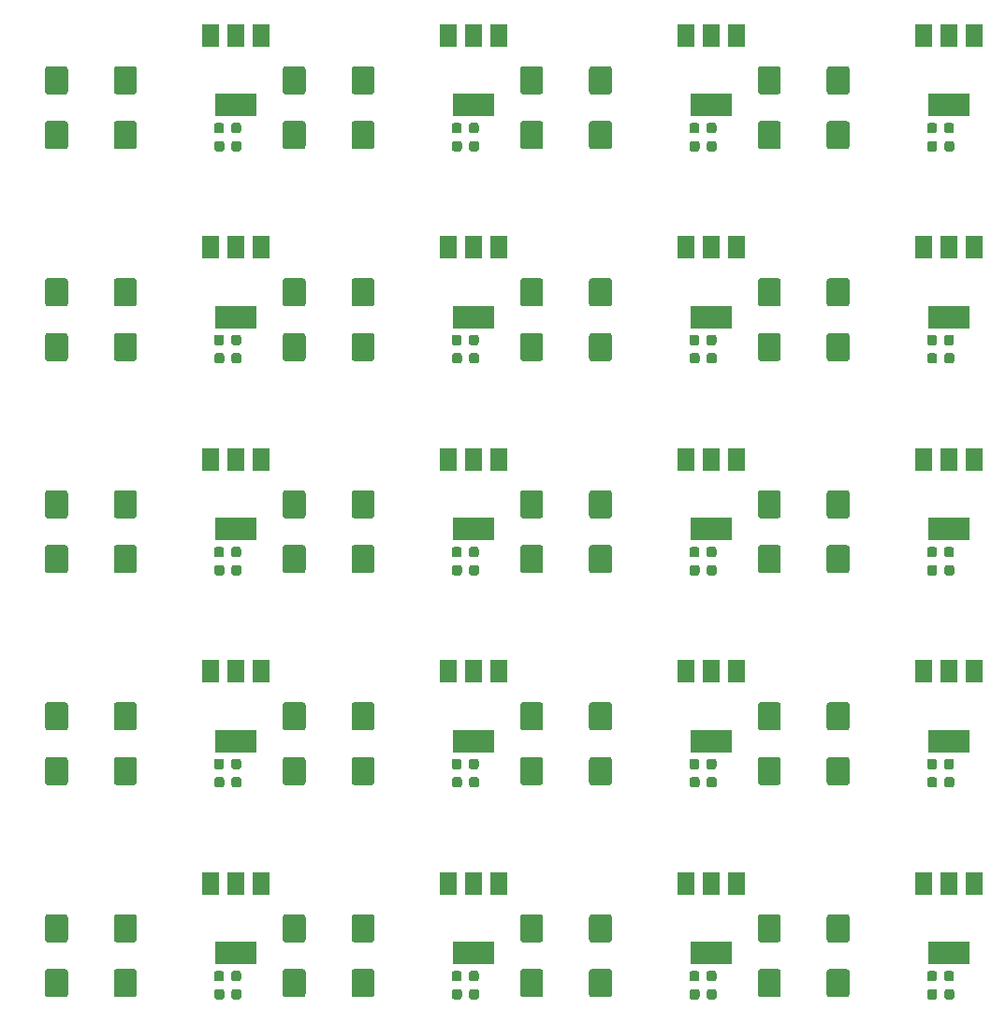
<source format=gbr>
%TF.GenerationSoftware,KiCad,Pcbnew,(5.1.10)-1*%
%TF.CreationDate,2022-01-17T19:02:25+07:00*%
%TF.ProjectId,DC5V_DC5V3V3_v3_pnlz4x5,44433556-5f44-4433-9556-3356335f7633,rev?*%
%TF.SameCoordinates,Original*%
%TF.FileFunction,Paste,Top*%
%TF.FilePolarity,Positive*%
%FSLAX46Y46*%
G04 Gerber Fmt 4.6, Leading zero omitted, Abs format (unit mm)*
G04 Created by KiCad (PCBNEW (5.1.10)-1) date 2022-01-17 19:02:25*
%MOMM*%
%LPD*%
G01*
G04 APERTURE LIST*
%ADD10R,3.800000X2.000000*%
%ADD11R,1.500000X2.000000*%
G04 APERTURE END LIST*
%TO.C,C7*%
G36*
G01*
X164941500Y-157777000D02*
X164941500Y-155727000D01*
G75*
G02*
X165191500Y-155477000I250000J0D01*
G01*
X166766500Y-155477000D01*
G75*
G02*
X167016500Y-155727000I0J-250000D01*
G01*
X167016500Y-157777000D01*
G75*
G02*
X166766500Y-158027000I-250000J0D01*
G01*
X165191500Y-158027000D01*
G75*
G02*
X164941500Y-157777000I0J250000D01*
G01*
G37*
G36*
G01*
X171166500Y-157777000D02*
X171166500Y-155727000D01*
G75*
G02*
X171416500Y-155477000I250000J0D01*
G01*
X172991500Y-155477000D01*
G75*
G02*
X173241500Y-155727000I0J-250000D01*
G01*
X173241500Y-157777000D01*
G75*
G02*
X172991500Y-158027000I-250000J0D01*
G01*
X171416500Y-158027000D01*
G75*
G02*
X171166500Y-157777000I0J250000D01*
G01*
G37*
%TD*%
%TO.C,C7*%
G36*
G01*
X143441500Y-157777000D02*
X143441500Y-155727000D01*
G75*
G02*
X143691500Y-155477000I250000J0D01*
G01*
X145266500Y-155477000D01*
G75*
G02*
X145516500Y-155727000I0J-250000D01*
G01*
X145516500Y-157777000D01*
G75*
G02*
X145266500Y-158027000I-250000J0D01*
G01*
X143691500Y-158027000D01*
G75*
G02*
X143441500Y-157777000I0J250000D01*
G01*
G37*
G36*
G01*
X149666500Y-157777000D02*
X149666500Y-155727000D01*
G75*
G02*
X149916500Y-155477000I250000J0D01*
G01*
X151491500Y-155477000D01*
G75*
G02*
X151741500Y-155727000I0J-250000D01*
G01*
X151741500Y-157777000D01*
G75*
G02*
X151491500Y-158027000I-250000J0D01*
G01*
X149916500Y-158027000D01*
G75*
G02*
X149666500Y-157777000I0J250000D01*
G01*
G37*
%TD*%
%TO.C,C7*%
G36*
G01*
X121941500Y-157777000D02*
X121941500Y-155727000D01*
G75*
G02*
X122191500Y-155477000I250000J0D01*
G01*
X123766500Y-155477000D01*
G75*
G02*
X124016500Y-155727000I0J-250000D01*
G01*
X124016500Y-157777000D01*
G75*
G02*
X123766500Y-158027000I-250000J0D01*
G01*
X122191500Y-158027000D01*
G75*
G02*
X121941500Y-157777000I0J250000D01*
G01*
G37*
G36*
G01*
X128166500Y-157777000D02*
X128166500Y-155727000D01*
G75*
G02*
X128416500Y-155477000I250000J0D01*
G01*
X129991500Y-155477000D01*
G75*
G02*
X130241500Y-155727000I0J-250000D01*
G01*
X130241500Y-157777000D01*
G75*
G02*
X129991500Y-158027000I-250000J0D01*
G01*
X128416500Y-158027000D01*
G75*
G02*
X128166500Y-157777000I0J250000D01*
G01*
G37*
%TD*%
%TO.C,C7*%
G36*
G01*
X100441500Y-157777000D02*
X100441500Y-155727000D01*
G75*
G02*
X100691500Y-155477000I250000J0D01*
G01*
X102266500Y-155477000D01*
G75*
G02*
X102516500Y-155727000I0J-250000D01*
G01*
X102516500Y-157777000D01*
G75*
G02*
X102266500Y-158027000I-250000J0D01*
G01*
X100691500Y-158027000D01*
G75*
G02*
X100441500Y-157777000I0J250000D01*
G01*
G37*
G36*
G01*
X106666500Y-157777000D02*
X106666500Y-155727000D01*
G75*
G02*
X106916500Y-155477000I250000J0D01*
G01*
X108491500Y-155477000D01*
G75*
G02*
X108741500Y-155727000I0J-250000D01*
G01*
X108741500Y-157777000D01*
G75*
G02*
X108491500Y-158027000I-250000J0D01*
G01*
X106916500Y-158027000D01*
G75*
G02*
X106666500Y-157777000I0J250000D01*
G01*
G37*
%TD*%
%TO.C,C7*%
G36*
G01*
X164941500Y-138600000D02*
X164941500Y-136550000D01*
G75*
G02*
X165191500Y-136300000I250000J0D01*
G01*
X166766500Y-136300000D01*
G75*
G02*
X167016500Y-136550000I0J-250000D01*
G01*
X167016500Y-138600000D01*
G75*
G02*
X166766500Y-138850000I-250000J0D01*
G01*
X165191500Y-138850000D01*
G75*
G02*
X164941500Y-138600000I0J250000D01*
G01*
G37*
G36*
G01*
X171166500Y-138600000D02*
X171166500Y-136550000D01*
G75*
G02*
X171416500Y-136300000I250000J0D01*
G01*
X172991500Y-136300000D01*
G75*
G02*
X173241500Y-136550000I0J-250000D01*
G01*
X173241500Y-138600000D01*
G75*
G02*
X172991500Y-138850000I-250000J0D01*
G01*
X171416500Y-138850000D01*
G75*
G02*
X171166500Y-138600000I0J250000D01*
G01*
G37*
%TD*%
%TO.C,C7*%
G36*
G01*
X143441500Y-138600000D02*
X143441500Y-136550000D01*
G75*
G02*
X143691500Y-136300000I250000J0D01*
G01*
X145266500Y-136300000D01*
G75*
G02*
X145516500Y-136550000I0J-250000D01*
G01*
X145516500Y-138600000D01*
G75*
G02*
X145266500Y-138850000I-250000J0D01*
G01*
X143691500Y-138850000D01*
G75*
G02*
X143441500Y-138600000I0J250000D01*
G01*
G37*
G36*
G01*
X149666500Y-138600000D02*
X149666500Y-136550000D01*
G75*
G02*
X149916500Y-136300000I250000J0D01*
G01*
X151491500Y-136300000D01*
G75*
G02*
X151741500Y-136550000I0J-250000D01*
G01*
X151741500Y-138600000D01*
G75*
G02*
X151491500Y-138850000I-250000J0D01*
G01*
X149916500Y-138850000D01*
G75*
G02*
X149666500Y-138600000I0J250000D01*
G01*
G37*
%TD*%
%TO.C,C7*%
G36*
G01*
X121941500Y-138600000D02*
X121941500Y-136550000D01*
G75*
G02*
X122191500Y-136300000I250000J0D01*
G01*
X123766500Y-136300000D01*
G75*
G02*
X124016500Y-136550000I0J-250000D01*
G01*
X124016500Y-138600000D01*
G75*
G02*
X123766500Y-138850000I-250000J0D01*
G01*
X122191500Y-138850000D01*
G75*
G02*
X121941500Y-138600000I0J250000D01*
G01*
G37*
G36*
G01*
X128166500Y-138600000D02*
X128166500Y-136550000D01*
G75*
G02*
X128416500Y-136300000I250000J0D01*
G01*
X129991500Y-136300000D01*
G75*
G02*
X130241500Y-136550000I0J-250000D01*
G01*
X130241500Y-138600000D01*
G75*
G02*
X129991500Y-138850000I-250000J0D01*
G01*
X128416500Y-138850000D01*
G75*
G02*
X128166500Y-138600000I0J250000D01*
G01*
G37*
%TD*%
%TO.C,C7*%
G36*
G01*
X100441500Y-138600000D02*
X100441500Y-136550000D01*
G75*
G02*
X100691500Y-136300000I250000J0D01*
G01*
X102266500Y-136300000D01*
G75*
G02*
X102516500Y-136550000I0J-250000D01*
G01*
X102516500Y-138600000D01*
G75*
G02*
X102266500Y-138850000I-250000J0D01*
G01*
X100691500Y-138850000D01*
G75*
G02*
X100441500Y-138600000I0J250000D01*
G01*
G37*
G36*
G01*
X106666500Y-138600000D02*
X106666500Y-136550000D01*
G75*
G02*
X106916500Y-136300000I250000J0D01*
G01*
X108491500Y-136300000D01*
G75*
G02*
X108741500Y-136550000I0J-250000D01*
G01*
X108741500Y-138600000D01*
G75*
G02*
X108491500Y-138850000I-250000J0D01*
G01*
X106916500Y-138850000D01*
G75*
G02*
X106666500Y-138600000I0J250000D01*
G01*
G37*
%TD*%
%TO.C,C7*%
G36*
G01*
X164941500Y-119423000D02*
X164941500Y-117373000D01*
G75*
G02*
X165191500Y-117123000I250000J0D01*
G01*
X166766500Y-117123000D01*
G75*
G02*
X167016500Y-117373000I0J-250000D01*
G01*
X167016500Y-119423000D01*
G75*
G02*
X166766500Y-119673000I-250000J0D01*
G01*
X165191500Y-119673000D01*
G75*
G02*
X164941500Y-119423000I0J250000D01*
G01*
G37*
G36*
G01*
X171166500Y-119423000D02*
X171166500Y-117373000D01*
G75*
G02*
X171416500Y-117123000I250000J0D01*
G01*
X172991500Y-117123000D01*
G75*
G02*
X173241500Y-117373000I0J-250000D01*
G01*
X173241500Y-119423000D01*
G75*
G02*
X172991500Y-119673000I-250000J0D01*
G01*
X171416500Y-119673000D01*
G75*
G02*
X171166500Y-119423000I0J250000D01*
G01*
G37*
%TD*%
%TO.C,C7*%
G36*
G01*
X143441500Y-119423000D02*
X143441500Y-117373000D01*
G75*
G02*
X143691500Y-117123000I250000J0D01*
G01*
X145266500Y-117123000D01*
G75*
G02*
X145516500Y-117373000I0J-250000D01*
G01*
X145516500Y-119423000D01*
G75*
G02*
X145266500Y-119673000I-250000J0D01*
G01*
X143691500Y-119673000D01*
G75*
G02*
X143441500Y-119423000I0J250000D01*
G01*
G37*
G36*
G01*
X149666500Y-119423000D02*
X149666500Y-117373000D01*
G75*
G02*
X149916500Y-117123000I250000J0D01*
G01*
X151491500Y-117123000D01*
G75*
G02*
X151741500Y-117373000I0J-250000D01*
G01*
X151741500Y-119423000D01*
G75*
G02*
X151491500Y-119673000I-250000J0D01*
G01*
X149916500Y-119673000D01*
G75*
G02*
X149666500Y-119423000I0J250000D01*
G01*
G37*
%TD*%
%TO.C,C7*%
G36*
G01*
X121941500Y-119423000D02*
X121941500Y-117373000D01*
G75*
G02*
X122191500Y-117123000I250000J0D01*
G01*
X123766500Y-117123000D01*
G75*
G02*
X124016500Y-117373000I0J-250000D01*
G01*
X124016500Y-119423000D01*
G75*
G02*
X123766500Y-119673000I-250000J0D01*
G01*
X122191500Y-119673000D01*
G75*
G02*
X121941500Y-119423000I0J250000D01*
G01*
G37*
G36*
G01*
X128166500Y-119423000D02*
X128166500Y-117373000D01*
G75*
G02*
X128416500Y-117123000I250000J0D01*
G01*
X129991500Y-117123000D01*
G75*
G02*
X130241500Y-117373000I0J-250000D01*
G01*
X130241500Y-119423000D01*
G75*
G02*
X129991500Y-119673000I-250000J0D01*
G01*
X128416500Y-119673000D01*
G75*
G02*
X128166500Y-119423000I0J250000D01*
G01*
G37*
%TD*%
%TO.C,C7*%
G36*
G01*
X100441500Y-119423000D02*
X100441500Y-117373000D01*
G75*
G02*
X100691500Y-117123000I250000J0D01*
G01*
X102266500Y-117123000D01*
G75*
G02*
X102516500Y-117373000I0J-250000D01*
G01*
X102516500Y-119423000D01*
G75*
G02*
X102266500Y-119673000I-250000J0D01*
G01*
X100691500Y-119673000D01*
G75*
G02*
X100441500Y-119423000I0J250000D01*
G01*
G37*
G36*
G01*
X106666500Y-119423000D02*
X106666500Y-117373000D01*
G75*
G02*
X106916500Y-117123000I250000J0D01*
G01*
X108491500Y-117123000D01*
G75*
G02*
X108741500Y-117373000I0J-250000D01*
G01*
X108741500Y-119423000D01*
G75*
G02*
X108491500Y-119673000I-250000J0D01*
G01*
X106916500Y-119673000D01*
G75*
G02*
X106666500Y-119423000I0J250000D01*
G01*
G37*
%TD*%
%TO.C,C7*%
G36*
G01*
X164941500Y-100246000D02*
X164941500Y-98196000D01*
G75*
G02*
X165191500Y-97946000I250000J0D01*
G01*
X166766500Y-97946000D01*
G75*
G02*
X167016500Y-98196000I0J-250000D01*
G01*
X167016500Y-100246000D01*
G75*
G02*
X166766500Y-100496000I-250000J0D01*
G01*
X165191500Y-100496000D01*
G75*
G02*
X164941500Y-100246000I0J250000D01*
G01*
G37*
G36*
G01*
X171166500Y-100246000D02*
X171166500Y-98196000D01*
G75*
G02*
X171416500Y-97946000I250000J0D01*
G01*
X172991500Y-97946000D01*
G75*
G02*
X173241500Y-98196000I0J-250000D01*
G01*
X173241500Y-100246000D01*
G75*
G02*
X172991500Y-100496000I-250000J0D01*
G01*
X171416500Y-100496000D01*
G75*
G02*
X171166500Y-100246000I0J250000D01*
G01*
G37*
%TD*%
%TO.C,C7*%
G36*
G01*
X143441500Y-100246000D02*
X143441500Y-98196000D01*
G75*
G02*
X143691500Y-97946000I250000J0D01*
G01*
X145266500Y-97946000D01*
G75*
G02*
X145516500Y-98196000I0J-250000D01*
G01*
X145516500Y-100246000D01*
G75*
G02*
X145266500Y-100496000I-250000J0D01*
G01*
X143691500Y-100496000D01*
G75*
G02*
X143441500Y-100246000I0J250000D01*
G01*
G37*
G36*
G01*
X149666500Y-100246000D02*
X149666500Y-98196000D01*
G75*
G02*
X149916500Y-97946000I250000J0D01*
G01*
X151491500Y-97946000D01*
G75*
G02*
X151741500Y-98196000I0J-250000D01*
G01*
X151741500Y-100246000D01*
G75*
G02*
X151491500Y-100496000I-250000J0D01*
G01*
X149916500Y-100496000D01*
G75*
G02*
X149666500Y-100246000I0J250000D01*
G01*
G37*
%TD*%
%TO.C,C7*%
G36*
G01*
X121941500Y-100246000D02*
X121941500Y-98196000D01*
G75*
G02*
X122191500Y-97946000I250000J0D01*
G01*
X123766500Y-97946000D01*
G75*
G02*
X124016500Y-98196000I0J-250000D01*
G01*
X124016500Y-100246000D01*
G75*
G02*
X123766500Y-100496000I-250000J0D01*
G01*
X122191500Y-100496000D01*
G75*
G02*
X121941500Y-100246000I0J250000D01*
G01*
G37*
G36*
G01*
X128166500Y-100246000D02*
X128166500Y-98196000D01*
G75*
G02*
X128416500Y-97946000I250000J0D01*
G01*
X129991500Y-97946000D01*
G75*
G02*
X130241500Y-98196000I0J-250000D01*
G01*
X130241500Y-100246000D01*
G75*
G02*
X129991500Y-100496000I-250000J0D01*
G01*
X128416500Y-100496000D01*
G75*
G02*
X128166500Y-100246000I0J250000D01*
G01*
G37*
%TD*%
%TO.C,C7*%
G36*
G01*
X100441500Y-100246000D02*
X100441500Y-98196000D01*
G75*
G02*
X100691500Y-97946000I250000J0D01*
G01*
X102266500Y-97946000D01*
G75*
G02*
X102516500Y-98196000I0J-250000D01*
G01*
X102516500Y-100246000D01*
G75*
G02*
X102266500Y-100496000I-250000J0D01*
G01*
X100691500Y-100496000D01*
G75*
G02*
X100441500Y-100246000I0J250000D01*
G01*
G37*
G36*
G01*
X106666500Y-100246000D02*
X106666500Y-98196000D01*
G75*
G02*
X106916500Y-97946000I250000J0D01*
G01*
X108491500Y-97946000D01*
G75*
G02*
X108741500Y-98196000I0J-250000D01*
G01*
X108741500Y-100246000D01*
G75*
G02*
X108491500Y-100496000I-250000J0D01*
G01*
X106916500Y-100496000D01*
G75*
G02*
X106666500Y-100246000I0J250000D01*
G01*
G37*
%TD*%
%TO.C,C7*%
G36*
G01*
X164941500Y-81069000D02*
X164941500Y-79019000D01*
G75*
G02*
X165191500Y-78769000I250000J0D01*
G01*
X166766500Y-78769000D01*
G75*
G02*
X167016500Y-79019000I0J-250000D01*
G01*
X167016500Y-81069000D01*
G75*
G02*
X166766500Y-81319000I-250000J0D01*
G01*
X165191500Y-81319000D01*
G75*
G02*
X164941500Y-81069000I0J250000D01*
G01*
G37*
G36*
G01*
X171166500Y-81069000D02*
X171166500Y-79019000D01*
G75*
G02*
X171416500Y-78769000I250000J0D01*
G01*
X172991500Y-78769000D01*
G75*
G02*
X173241500Y-79019000I0J-250000D01*
G01*
X173241500Y-81069000D01*
G75*
G02*
X172991500Y-81319000I-250000J0D01*
G01*
X171416500Y-81319000D01*
G75*
G02*
X171166500Y-81069000I0J250000D01*
G01*
G37*
%TD*%
%TO.C,C7*%
G36*
G01*
X143441500Y-81069000D02*
X143441500Y-79019000D01*
G75*
G02*
X143691500Y-78769000I250000J0D01*
G01*
X145266500Y-78769000D01*
G75*
G02*
X145516500Y-79019000I0J-250000D01*
G01*
X145516500Y-81069000D01*
G75*
G02*
X145266500Y-81319000I-250000J0D01*
G01*
X143691500Y-81319000D01*
G75*
G02*
X143441500Y-81069000I0J250000D01*
G01*
G37*
G36*
G01*
X149666500Y-81069000D02*
X149666500Y-79019000D01*
G75*
G02*
X149916500Y-78769000I250000J0D01*
G01*
X151491500Y-78769000D01*
G75*
G02*
X151741500Y-79019000I0J-250000D01*
G01*
X151741500Y-81069000D01*
G75*
G02*
X151491500Y-81319000I-250000J0D01*
G01*
X149916500Y-81319000D01*
G75*
G02*
X149666500Y-81069000I0J250000D01*
G01*
G37*
%TD*%
%TO.C,C7*%
G36*
G01*
X121941500Y-81069000D02*
X121941500Y-79019000D01*
G75*
G02*
X122191500Y-78769000I250000J0D01*
G01*
X123766500Y-78769000D01*
G75*
G02*
X124016500Y-79019000I0J-250000D01*
G01*
X124016500Y-81069000D01*
G75*
G02*
X123766500Y-81319000I-250000J0D01*
G01*
X122191500Y-81319000D01*
G75*
G02*
X121941500Y-81069000I0J250000D01*
G01*
G37*
G36*
G01*
X128166500Y-81069000D02*
X128166500Y-79019000D01*
G75*
G02*
X128416500Y-78769000I250000J0D01*
G01*
X129991500Y-78769000D01*
G75*
G02*
X130241500Y-79019000I0J-250000D01*
G01*
X130241500Y-81069000D01*
G75*
G02*
X129991500Y-81319000I-250000J0D01*
G01*
X128416500Y-81319000D01*
G75*
G02*
X128166500Y-81069000I0J250000D01*
G01*
G37*
%TD*%
%TO.C,C8*%
G36*
G01*
X164939500Y-162730000D02*
X164939500Y-160680000D01*
G75*
G02*
X165189500Y-160430000I250000J0D01*
G01*
X166764500Y-160430000D01*
G75*
G02*
X167014500Y-160680000I0J-250000D01*
G01*
X167014500Y-162730000D01*
G75*
G02*
X166764500Y-162980000I-250000J0D01*
G01*
X165189500Y-162980000D01*
G75*
G02*
X164939500Y-162730000I0J250000D01*
G01*
G37*
G36*
G01*
X171164500Y-162730000D02*
X171164500Y-160680000D01*
G75*
G02*
X171414500Y-160430000I250000J0D01*
G01*
X172989500Y-160430000D01*
G75*
G02*
X173239500Y-160680000I0J-250000D01*
G01*
X173239500Y-162730000D01*
G75*
G02*
X172989500Y-162980000I-250000J0D01*
G01*
X171414500Y-162980000D01*
G75*
G02*
X171164500Y-162730000I0J250000D01*
G01*
G37*
%TD*%
%TO.C,C8*%
G36*
G01*
X143439500Y-162730000D02*
X143439500Y-160680000D01*
G75*
G02*
X143689500Y-160430000I250000J0D01*
G01*
X145264500Y-160430000D01*
G75*
G02*
X145514500Y-160680000I0J-250000D01*
G01*
X145514500Y-162730000D01*
G75*
G02*
X145264500Y-162980000I-250000J0D01*
G01*
X143689500Y-162980000D01*
G75*
G02*
X143439500Y-162730000I0J250000D01*
G01*
G37*
G36*
G01*
X149664500Y-162730000D02*
X149664500Y-160680000D01*
G75*
G02*
X149914500Y-160430000I250000J0D01*
G01*
X151489500Y-160430000D01*
G75*
G02*
X151739500Y-160680000I0J-250000D01*
G01*
X151739500Y-162730000D01*
G75*
G02*
X151489500Y-162980000I-250000J0D01*
G01*
X149914500Y-162980000D01*
G75*
G02*
X149664500Y-162730000I0J250000D01*
G01*
G37*
%TD*%
%TO.C,C8*%
G36*
G01*
X121939500Y-162730000D02*
X121939500Y-160680000D01*
G75*
G02*
X122189500Y-160430000I250000J0D01*
G01*
X123764500Y-160430000D01*
G75*
G02*
X124014500Y-160680000I0J-250000D01*
G01*
X124014500Y-162730000D01*
G75*
G02*
X123764500Y-162980000I-250000J0D01*
G01*
X122189500Y-162980000D01*
G75*
G02*
X121939500Y-162730000I0J250000D01*
G01*
G37*
G36*
G01*
X128164500Y-162730000D02*
X128164500Y-160680000D01*
G75*
G02*
X128414500Y-160430000I250000J0D01*
G01*
X129989500Y-160430000D01*
G75*
G02*
X130239500Y-160680000I0J-250000D01*
G01*
X130239500Y-162730000D01*
G75*
G02*
X129989500Y-162980000I-250000J0D01*
G01*
X128414500Y-162980000D01*
G75*
G02*
X128164500Y-162730000I0J250000D01*
G01*
G37*
%TD*%
%TO.C,C8*%
G36*
G01*
X100439500Y-162730000D02*
X100439500Y-160680000D01*
G75*
G02*
X100689500Y-160430000I250000J0D01*
G01*
X102264500Y-160430000D01*
G75*
G02*
X102514500Y-160680000I0J-250000D01*
G01*
X102514500Y-162730000D01*
G75*
G02*
X102264500Y-162980000I-250000J0D01*
G01*
X100689500Y-162980000D01*
G75*
G02*
X100439500Y-162730000I0J250000D01*
G01*
G37*
G36*
G01*
X106664500Y-162730000D02*
X106664500Y-160680000D01*
G75*
G02*
X106914500Y-160430000I250000J0D01*
G01*
X108489500Y-160430000D01*
G75*
G02*
X108739500Y-160680000I0J-250000D01*
G01*
X108739500Y-162730000D01*
G75*
G02*
X108489500Y-162980000I-250000J0D01*
G01*
X106914500Y-162980000D01*
G75*
G02*
X106664500Y-162730000I0J250000D01*
G01*
G37*
%TD*%
%TO.C,C8*%
G36*
G01*
X164939500Y-143553000D02*
X164939500Y-141503000D01*
G75*
G02*
X165189500Y-141253000I250000J0D01*
G01*
X166764500Y-141253000D01*
G75*
G02*
X167014500Y-141503000I0J-250000D01*
G01*
X167014500Y-143553000D01*
G75*
G02*
X166764500Y-143803000I-250000J0D01*
G01*
X165189500Y-143803000D01*
G75*
G02*
X164939500Y-143553000I0J250000D01*
G01*
G37*
G36*
G01*
X171164500Y-143553000D02*
X171164500Y-141503000D01*
G75*
G02*
X171414500Y-141253000I250000J0D01*
G01*
X172989500Y-141253000D01*
G75*
G02*
X173239500Y-141503000I0J-250000D01*
G01*
X173239500Y-143553000D01*
G75*
G02*
X172989500Y-143803000I-250000J0D01*
G01*
X171414500Y-143803000D01*
G75*
G02*
X171164500Y-143553000I0J250000D01*
G01*
G37*
%TD*%
%TO.C,C8*%
G36*
G01*
X143439500Y-143553000D02*
X143439500Y-141503000D01*
G75*
G02*
X143689500Y-141253000I250000J0D01*
G01*
X145264500Y-141253000D01*
G75*
G02*
X145514500Y-141503000I0J-250000D01*
G01*
X145514500Y-143553000D01*
G75*
G02*
X145264500Y-143803000I-250000J0D01*
G01*
X143689500Y-143803000D01*
G75*
G02*
X143439500Y-143553000I0J250000D01*
G01*
G37*
G36*
G01*
X149664500Y-143553000D02*
X149664500Y-141503000D01*
G75*
G02*
X149914500Y-141253000I250000J0D01*
G01*
X151489500Y-141253000D01*
G75*
G02*
X151739500Y-141503000I0J-250000D01*
G01*
X151739500Y-143553000D01*
G75*
G02*
X151489500Y-143803000I-250000J0D01*
G01*
X149914500Y-143803000D01*
G75*
G02*
X149664500Y-143553000I0J250000D01*
G01*
G37*
%TD*%
%TO.C,C8*%
G36*
G01*
X121939500Y-143553000D02*
X121939500Y-141503000D01*
G75*
G02*
X122189500Y-141253000I250000J0D01*
G01*
X123764500Y-141253000D01*
G75*
G02*
X124014500Y-141503000I0J-250000D01*
G01*
X124014500Y-143553000D01*
G75*
G02*
X123764500Y-143803000I-250000J0D01*
G01*
X122189500Y-143803000D01*
G75*
G02*
X121939500Y-143553000I0J250000D01*
G01*
G37*
G36*
G01*
X128164500Y-143553000D02*
X128164500Y-141503000D01*
G75*
G02*
X128414500Y-141253000I250000J0D01*
G01*
X129989500Y-141253000D01*
G75*
G02*
X130239500Y-141503000I0J-250000D01*
G01*
X130239500Y-143553000D01*
G75*
G02*
X129989500Y-143803000I-250000J0D01*
G01*
X128414500Y-143803000D01*
G75*
G02*
X128164500Y-143553000I0J250000D01*
G01*
G37*
%TD*%
%TO.C,C8*%
G36*
G01*
X100439500Y-143553000D02*
X100439500Y-141503000D01*
G75*
G02*
X100689500Y-141253000I250000J0D01*
G01*
X102264500Y-141253000D01*
G75*
G02*
X102514500Y-141503000I0J-250000D01*
G01*
X102514500Y-143553000D01*
G75*
G02*
X102264500Y-143803000I-250000J0D01*
G01*
X100689500Y-143803000D01*
G75*
G02*
X100439500Y-143553000I0J250000D01*
G01*
G37*
G36*
G01*
X106664500Y-143553000D02*
X106664500Y-141503000D01*
G75*
G02*
X106914500Y-141253000I250000J0D01*
G01*
X108489500Y-141253000D01*
G75*
G02*
X108739500Y-141503000I0J-250000D01*
G01*
X108739500Y-143553000D01*
G75*
G02*
X108489500Y-143803000I-250000J0D01*
G01*
X106914500Y-143803000D01*
G75*
G02*
X106664500Y-143553000I0J250000D01*
G01*
G37*
%TD*%
%TO.C,C8*%
G36*
G01*
X164939500Y-124376000D02*
X164939500Y-122326000D01*
G75*
G02*
X165189500Y-122076000I250000J0D01*
G01*
X166764500Y-122076000D01*
G75*
G02*
X167014500Y-122326000I0J-250000D01*
G01*
X167014500Y-124376000D01*
G75*
G02*
X166764500Y-124626000I-250000J0D01*
G01*
X165189500Y-124626000D01*
G75*
G02*
X164939500Y-124376000I0J250000D01*
G01*
G37*
G36*
G01*
X171164500Y-124376000D02*
X171164500Y-122326000D01*
G75*
G02*
X171414500Y-122076000I250000J0D01*
G01*
X172989500Y-122076000D01*
G75*
G02*
X173239500Y-122326000I0J-250000D01*
G01*
X173239500Y-124376000D01*
G75*
G02*
X172989500Y-124626000I-250000J0D01*
G01*
X171414500Y-124626000D01*
G75*
G02*
X171164500Y-124376000I0J250000D01*
G01*
G37*
%TD*%
%TO.C,C8*%
G36*
G01*
X143439500Y-124376000D02*
X143439500Y-122326000D01*
G75*
G02*
X143689500Y-122076000I250000J0D01*
G01*
X145264500Y-122076000D01*
G75*
G02*
X145514500Y-122326000I0J-250000D01*
G01*
X145514500Y-124376000D01*
G75*
G02*
X145264500Y-124626000I-250000J0D01*
G01*
X143689500Y-124626000D01*
G75*
G02*
X143439500Y-124376000I0J250000D01*
G01*
G37*
G36*
G01*
X149664500Y-124376000D02*
X149664500Y-122326000D01*
G75*
G02*
X149914500Y-122076000I250000J0D01*
G01*
X151489500Y-122076000D01*
G75*
G02*
X151739500Y-122326000I0J-250000D01*
G01*
X151739500Y-124376000D01*
G75*
G02*
X151489500Y-124626000I-250000J0D01*
G01*
X149914500Y-124626000D01*
G75*
G02*
X149664500Y-124376000I0J250000D01*
G01*
G37*
%TD*%
%TO.C,C8*%
G36*
G01*
X121939500Y-124376000D02*
X121939500Y-122326000D01*
G75*
G02*
X122189500Y-122076000I250000J0D01*
G01*
X123764500Y-122076000D01*
G75*
G02*
X124014500Y-122326000I0J-250000D01*
G01*
X124014500Y-124376000D01*
G75*
G02*
X123764500Y-124626000I-250000J0D01*
G01*
X122189500Y-124626000D01*
G75*
G02*
X121939500Y-124376000I0J250000D01*
G01*
G37*
G36*
G01*
X128164500Y-124376000D02*
X128164500Y-122326000D01*
G75*
G02*
X128414500Y-122076000I250000J0D01*
G01*
X129989500Y-122076000D01*
G75*
G02*
X130239500Y-122326000I0J-250000D01*
G01*
X130239500Y-124376000D01*
G75*
G02*
X129989500Y-124626000I-250000J0D01*
G01*
X128414500Y-124626000D01*
G75*
G02*
X128164500Y-124376000I0J250000D01*
G01*
G37*
%TD*%
%TO.C,C8*%
G36*
G01*
X100439500Y-124376000D02*
X100439500Y-122326000D01*
G75*
G02*
X100689500Y-122076000I250000J0D01*
G01*
X102264500Y-122076000D01*
G75*
G02*
X102514500Y-122326000I0J-250000D01*
G01*
X102514500Y-124376000D01*
G75*
G02*
X102264500Y-124626000I-250000J0D01*
G01*
X100689500Y-124626000D01*
G75*
G02*
X100439500Y-124376000I0J250000D01*
G01*
G37*
G36*
G01*
X106664500Y-124376000D02*
X106664500Y-122326000D01*
G75*
G02*
X106914500Y-122076000I250000J0D01*
G01*
X108489500Y-122076000D01*
G75*
G02*
X108739500Y-122326000I0J-250000D01*
G01*
X108739500Y-124376000D01*
G75*
G02*
X108489500Y-124626000I-250000J0D01*
G01*
X106914500Y-124626000D01*
G75*
G02*
X106664500Y-124376000I0J250000D01*
G01*
G37*
%TD*%
%TO.C,C8*%
G36*
G01*
X164939500Y-105199000D02*
X164939500Y-103149000D01*
G75*
G02*
X165189500Y-102899000I250000J0D01*
G01*
X166764500Y-102899000D01*
G75*
G02*
X167014500Y-103149000I0J-250000D01*
G01*
X167014500Y-105199000D01*
G75*
G02*
X166764500Y-105449000I-250000J0D01*
G01*
X165189500Y-105449000D01*
G75*
G02*
X164939500Y-105199000I0J250000D01*
G01*
G37*
G36*
G01*
X171164500Y-105199000D02*
X171164500Y-103149000D01*
G75*
G02*
X171414500Y-102899000I250000J0D01*
G01*
X172989500Y-102899000D01*
G75*
G02*
X173239500Y-103149000I0J-250000D01*
G01*
X173239500Y-105199000D01*
G75*
G02*
X172989500Y-105449000I-250000J0D01*
G01*
X171414500Y-105449000D01*
G75*
G02*
X171164500Y-105199000I0J250000D01*
G01*
G37*
%TD*%
%TO.C,C8*%
G36*
G01*
X143439500Y-105199000D02*
X143439500Y-103149000D01*
G75*
G02*
X143689500Y-102899000I250000J0D01*
G01*
X145264500Y-102899000D01*
G75*
G02*
X145514500Y-103149000I0J-250000D01*
G01*
X145514500Y-105199000D01*
G75*
G02*
X145264500Y-105449000I-250000J0D01*
G01*
X143689500Y-105449000D01*
G75*
G02*
X143439500Y-105199000I0J250000D01*
G01*
G37*
G36*
G01*
X149664500Y-105199000D02*
X149664500Y-103149000D01*
G75*
G02*
X149914500Y-102899000I250000J0D01*
G01*
X151489500Y-102899000D01*
G75*
G02*
X151739500Y-103149000I0J-250000D01*
G01*
X151739500Y-105199000D01*
G75*
G02*
X151489500Y-105449000I-250000J0D01*
G01*
X149914500Y-105449000D01*
G75*
G02*
X149664500Y-105199000I0J250000D01*
G01*
G37*
%TD*%
%TO.C,C8*%
G36*
G01*
X121939500Y-105199000D02*
X121939500Y-103149000D01*
G75*
G02*
X122189500Y-102899000I250000J0D01*
G01*
X123764500Y-102899000D01*
G75*
G02*
X124014500Y-103149000I0J-250000D01*
G01*
X124014500Y-105199000D01*
G75*
G02*
X123764500Y-105449000I-250000J0D01*
G01*
X122189500Y-105449000D01*
G75*
G02*
X121939500Y-105199000I0J250000D01*
G01*
G37*
G36*
G01*
X128164500Y-105199000D02*
X128164500Y-103149000D01*
G75*
G02*
X128414500Y-102899000I250000J0D01*
G01*
X129989500Y-102899000D01*
G75*
G02*
X130239500Y-103149000I0J-250000D01*
G01*
X130239500Y-105199000D01*
G75*
G02*
X129989500Y-105449000I-250000J0D01*
G01*
X128414500Y-105449000D01*
G75*
G02*
X128164500Y-105199000I0J250000D01*
G01*
G37*
%TD*%
%TO.C,C8*%
G36*
G01*
X100439500Y-105199000D02*
X100439500Y-103149000D01*
G75*
G02*
X100689500Y-102899000I250000J0D01*
G01*
X102264500Y-102899000D01*
G75*
G02*
X102514500Y-103149000I0J-250000D01*
G01*
X102514500Y-105199000D01*
G75*
G02*
X102264500Y-105449000I-250000J0D01*
G01*
X100689500Y-105449000D01*
G75*
G02*
X100439500Y-105199000I0J250000D01*
G01*
G37*
G36*
G01*
X106664500Y-105199000D02*
X106664500Y-103149000D01*
G75*
G02*
X106914500Y-102899000I250000J0D01*
G01*
X108489500Y-102899000D01*
G75*
G02*
X108739500Y-103149000I0J-250000D01*
G01*
X108739500Y-105199000D01*
G75*
G02*
X108489500Y-105449000I-250000J0D01*
G01*
X106914500Y-105449000D01*
G75*
G02*
X106664500Y-105199000I0J250000D01*
G01*
G37*
%TD*%
%TO.C,C8*%
G36*
G01*
X164939500Y-86022000D02*
X164939500Y-83972000D01*
G75*
G02*
X165189500Y-83722000I250000J0D01*
G01*
X166764500Y-83722000D01*
G75*
G02*
X167014500Y-83972000I0J-250000D01*
G01*
X167014500Y-86022000D01*
G75*
G02*
X166764500Y-86272000I-250000J0D01*
G01*
X165189500Y-86272000D01*
G75*
G02*
X164939500Y-86022000I0J250000D01*
G01*
G37*
G36*
G01*
X171164500Y-86022000D02*
X171164500Y-83972000D01*
G75*
G02*
X171414500Y-83722000I250000J0D01*
G01*
X172989500Y-83722000D01*
G75*
G02*
X173239500Y-83972000I0J-250000D01*
G01*
X173239500Y-86022000D01*
G75*
G02*
X172989500Y-86272000I-250000J0D01*
G01*
X171414500Y-86272000D01*
G75*
G02*
X171164500Y-86022000I0J250000D01*
G01*
G37*
%TD*%
%TO.C,C8*%
G36*
G01*
X143439500Y-86022000D02*
X143439500Y-83972000D01*
G75*
G02*
X143689500Y-83722000I250000J0D01*
G01*
X145264500Y-83722000D01*
G75*
G02*
X145514500Y-83972000I0J-250000D01*
G01*
X145514500Y-86022000D01*
G75*
G02*
X145264500Y-86272000I-250000J0D01*
G01*
X143689500Y-86272000D01*
G75*
G02*
X143439500Y-86022000I0J250000D01*
G01*
G37*
G36*
G01*
X149664500Y-86022000D02*
X149664500Y-83972000D01*
G75*
G02*
X149914500Y-83722000I250000J0D01*
G01*
X151489500Y-83722000D01*
G75*
G02*
X151739500Y-83972000I0J-250000D01*
G01*
X151739500Y-86022000D01*
G75*
G02*
X151489500Y-86272000I-250000J0D01*
G01*
X149914500Y-86272000D01*
G75*
G02*
X149664500Y-86022000I0J250000D01*
G01*
G37*
%TD*%
%TO.C,C8*%
G36*
G01*
X121939500Y-86022000D02*
X121939500Y-83972000D01*
G75*
G02*
X122189500Y-83722000I250000J0D01*
G01*
X123764500Y-83722000D01*
G75*
G02*
X124014500Y-83972000I0J-250000D01*
G01*
X124014500Y-86022000D01*
G75*
G02*
X123764500Y-86272000I-250000J0D01*
G01*
X122189500Y-86272000D01*
G75*
G02*
X121939500Y-86022000I0J250000D01*
G01*
G37*
G36*
G01*
X128164500Y-86022000D02*
X128164500Y-83972000D01*
G75*
G02*
X128414500Y-83722000I250000J0D01*
G01*
X129989500Y-83722000D01*
G75*
G02*
X130239500Y-83972000I0J-250000D01*
G01*
X130239500Y-86022000D01*
G75*
G02*
X129989500Y-86272000I-250000J0D01*
G01*
X128414500Y-86272000D01*
G75*
G02*
X128164500Y-86022000I0J250000D01*
G01*
G37*
%TD*%
%TO.C,C15*%
G36*
G01*
X180235000Y-161320000D02*
X180235000Y-160820000D01*
G75*
G02*
X180460000Y-160595000I225000J0D01*
G01*
X180910000Y-160595000D01*
G75*
G02*
X181135000Y-160820000I0J-225000D01*
G01*
X181135000Y-161320000D01*
G75*
G02*
X180910000Y-161545000I-225000J0D01*
G01*
X180460000Y-161545000D01*
G75*
G02*
X180235000Y-161320000I0J225000D01*
G01*
G37*
G36*
G01*
X181785000Y-161320000D02*
X181785000Y-160820000D01*
G75*
G02*
X182010000Y-160595000I225000J0D01*
G01*
X182460000Y-160595000D01*
G75*
G02*
X182685000Y-160820000I0J-225000D01*
G01*
X182685000Y-161320000D01*
G75*
G02*
X182460000Y-161545000I-225000J0D01*
G01*
X182010000Y-161545000D01*
G75*
G02*
X181785000Y-161320000I0J225000D01*
G01*
G37*
%TD*%
%TO.C,C15*%
G36*
G01*
X158735000Y-161320000D02*
X158735000Y-160820000D01*
G75*
G02*
X158960000Y-160595000I225000J0D01*
G01*
X159410000Y-160595000D01*
G75*
G02*
X159635000Y-160820000I0J-225000D01*
G01*
X159635000Y-161320000D01*
G75*
G02*
X159410000Y-161545000I-225000J0D01*
G01*
X158960000Y-161545000D01*
G75*
G02*
X158735000Y-161320000I0J225000D01*
G01*
G37*
G36*
G01*
X160285000Y-161320000D02*
X160285000Y-160820000D01*
G75*
G02*
X160510000Y-160595000I225000J0D01*
G01*
X160960000Y-160595000D01*
G75*
G02*
X161185000Y-160820000I0J-225000D01*
G01*
X161185000Y-161320000D01*
G75*
G02*
X160960000Y-161545000I-225000J0D01*
G01*
X160510000Y-161545000D01*
G75*
G02*
X160285000Y-161320000I0J225000D01*
G01*
G37*
%TD*%
%TO.C,C15*%
G36*
G01*
X137235000Y-161320000D02*
X137235000Y-160820000D01*
G75*
G02*
X137460000Y-160595000I225000J0D01*
G01*
X137910000Y-160595000D01*
G75*
G02*
X138135000Y-160820000I0J-225000D01*
G01*
X138135000Y-161320000D01*
G75*
G02*
X137910000Y-161545000I-225000J0D01*
G01*
X137460000Y-161545000D01*
G75*
G02*
X137235000Y-161320000I0J225000D01*
G01*
G37*
G36*
G01*
X138785000Y-161320000D02*
X138785000Y-160820000D01*
G75*
G02*
X139010000Y-160595000I225000J0D01*
G01*
X139460000Y-160595000D01*
G75*
G02*
X139685000Y-160820000I0J-225000D01*
G01*
X139685000Y-161320000D01*
G75*
G02*
X139460000Y-161545000I-225000J0D01*
G01*
X139010000Y-161545000D01*
G75*
G02*
X138785000Y-161320000I0J225000D01*
G01*
G37*
%TD*%
%TO.C,C15*%
G36*
G01*
X115735000Y-161320000D02*
X115735000Y-160820000D01*
G75*
G02*
X115960000Y-160595000I225000J0D01*
G01*
X116410000Y-160595000D01*
G75*
G02*
X116635000Y-160820000I0J-225000D01*
G01*
X116635000Y-161320000D01*
G75*
G02*
X116410000Y-161545000I-225000J0D01*
G01*
X115960000Y-161545000D01*
G75*
G02*
X115735000Y-161320000I0J225000D01*
G01*
G37*
G36*
G01*
X117285000Y-161320000D02*
X117285000Y-160820000D01*
G75*
G02*
X117510000Y-160595000I225000J0D01*
G01*
X117960000Y-160595000D01*
G75*
G02*
X118185000Y-160820000I0J-225000D01*
G01*
X118185000Y-161320000D01*
G75*
G02*
X117960000Y-161545000I-225000J0D01*
G01*
X117510000Y-161545000D01*
G75*
G02*
X117285000Y-161320000I0J225000D01*
G01*
G37*
%TD*%
%TO.C,C15*%
G36*
G01*
X180235000Y-142143000D02*
X180235000Y-141643000D01*
G75*
G02*
X180460000Y-141418000I225000J0D01*
G01*
X180910000Y-141418000D01*
G75*
G02*
X181135000Y-141643000I0J-225000D01*
G01*
X181135000Y-142143000D01*
G75*
G02*
X180910000Y-142368000I-225000J0D01*
G01*
X180460000Y-142368000D01*
G75*
G02*
X180235000Y-142143000I0J225000D01*
G01*
G37*
G36*
G01*
X181785000Y-142143000D02*
X181785000Y-141643000D01*
G75*
G02*
X182010000Y-141418000I225000J0D01*
G01*
X182460000Y-141418000D01*
G75*
G02*
X182685000Y-141643000I0J-225000D01*
G01*
X182685000Y-142143000D01*
G75*
G02*
X182460000Y-142368000I-225000J0D01*
G01*
X182010000Y-142368000D01*
G75*
G02*
X181785000Y-142143000I0J225000D01*
G01*
G37*
%TD*%
%TO.C,C15*%
G36*
G01*
X158735000Y-142143000D02*
X158735000Y-141643000D01*
G75*
G02*
X158960000Y-141418000I225000J0D01*
G01*
X159410000Y-141418000D01*
G75*
G02*
X159635000Y-141643000I0J-225000D01*
G01*
X159635000Y-142143000D01*
G75*
G02*
X159410000Y-142368000I-225000J0D01*
G01*
X158960000Y-142368000D01*
G75*
G02*
X158735000Y-142143000I0J225000D01*
G01*
G37*
G36*
G01*
X160285000Y-142143000D02*
X160285000Y-141643000D01*
G75*
G02*
X160510000Y-141418000I225000J0D01*
G01*
X160960000Y-141418000D01*
G75*
G02*
X161185000Y-141643000I0J-225000D01*
G01*
X161185000Y-142143000D01*
G75*
G02*
X160960000Y-142368000I-225000J0D01*
G01*
X160510000Y-142368000D01*
G75*
G02*
X160285000Y-142143000I0J225000D01*
G01*
G37*
%TD*%
%TO.C,C15*%
G36*
G01*
X137235000Y-142143000D02*
X137235000Y-141643000D01*
G75*
G02*
X137460000Y-141418000I225000J0D01*
G01*
X137910000Y-141418000D01*
G75*
G02*
X138135000Y-141643000I0J-225000D01*
G01*
X138135000Y-142143000D01*
G75*
G02*
X137910000Y-142368000I-225000J0D01*
G01*
X137460000Y-142368000D01*
G75*
G02*
X137235000Y-142143000I0J225000D01*
G01*
G37*
G36*
G01*
X138785000Y-142143000D02*
X138785000Y-141643000D01*
G75*
G02*
X139010000Y-141418000I225000J0D01*
G01*
X139460000Y-141418000D01*
G75*
G02*
X139685000Y-141643000I0J-225000D01*
G01*
X139685000Y-142143000D01*
G75*
G02*
X139460000Y-142368000I-225000J0D01*
G01*
X139010000Y-142368000D01*
G75*
G02*
X138785000Y-142143000I0J225000D01*
G01*
G37*
%TD*%
%TO.C,C15*%
G36*
G01*
X115735000Y-142143000D02*
X115735000Y-141643000D01*
G75*
G02*
X115960000Y-141418000I225000J0D01*
G01*
X116410000Y-141418000D01*
G75*
G02*
X116635000Y-141643000I0J-225000D01*
G01*
X116635000Y-142143000D01*
G75*
G02*
X116410000Y-142368000I-225000J0D01*
G01*
X115960000Y-142368000D01*
G75*
G02*
X115735000Y-142143000I0J225000D01*
G01*
G37*
G36*
G01*
X117285000Y-142143000D02*
X117285000Y-141643000D01*
G75*
G02*
X117510000Y-141418000I225000J0D01*
G01*
X117960000Y-141418000D01*
G75*
G02*
X118185000Y-141643000I0J-225000D01*
G01*
X118185000Y-142143000D01*
G75*
G02*
X117960000Y-142368000I-225000J0D01*
G01*
X117510000Y-142368000D01*
G75*
G02*
X117285000Y-142143000I0J225000D01*
G01*
G37*
%TD*%
%TO.C,C15*%
G36*
G01*
X180235000Y-122966000D02*
X180235000Y-122466000D01*
G75*
G02*
X180460000Y-122241000I225000J0D01*
G01*
X180910000Y-122241000D01*
G75*
G02*
X181135000Y-122466000I0J-225000D01*
G01*
X181135000Y-122966000D01*
G75*
G02*
X180910000Y-123191000I-225000J0D01*
G01*
X180460000Y-123191000D01*
G75*
G02*
X180235000Y-122966000I0J225000D01*
G01*
G37*
G36*
G01*
X181785000Y-122966000D02*
X181785000Y-122466000D01*
G75*
G02*
X182010000Y-122241000I225000J0D01*
G01*
X182460000Y-122241000D01*
G75*
G02*
X182685000Y-122466000I0J-225000D01*
G01*
X182685000Y-122966000D01*
G75*
G02*
X182460000Y-123191000I-225000J0D01*
G01*
X182010000Y-123191000D01*
G75*
G02*
X181785000Y-122966000I0J225000D01*
G01*
G37*
%TD*%
%TO.C,C15*%
G36*
G01*
X158735000Y-122966000D02*
X158735000Y-122466000D01*
G75*
G02*
X158960000Y-122241000I225000J0D01*
G01*
X159410000Y-122241000D01*
G75*
G02*
X159635000Y-122466000I0J-225000D01*
G01*
X159635000Y-122966000D01*
G75*
G02*
X159410000Y-123191000I-225000J0D01*
G01*
X158960000Y-123191000D01*
G75*
G02*
X158735000Y-122966000I0J225000D01*
G01*
G37*
G36*
G01*
X160285000Y-122966000D02*
X160285000Y-122466000D01*
G75*
G02*
X160510000Y-122241000I225000J0D01*
G01*
X160960000Y-122241000D01*
G75*
G02*
X161185000Y-122466000I0J-225000D01*
G01*
X161185000Y-122966000D01*
G75*
G02*
X160960000Y-123191000I-225000J0D01*
G01*
X160510000Y-123191000D01*
G75*
G02*
X160285000Y-122966000I0J225000D01*
G01*
G37*
%TD*%
%TO.C,C15*%
G36*
G01*
X137235000Y-122966000D02*
X137235000Y-122466000D01*
G75*
G02*
X137460000Y-122241000I225000J0D01*
G01*
X137910000Y-122241000D01*
G75*
G02*
X138135000Y-122466000I0J-225000D01*
G01*
X138135000Y-122966000D01*
G75*
G02*
X137910000Y-123191000I-225000J0D01*
G01*
X137460000Y-123191000D01*
G75*
G02*
X137235000Y-122966000I0J225000D01*
G01*
G37*
G36*
G01*
X138785000Y-122966000D02*
X138785000Y-122466000D01*
G75*
G02*
X139010000Y-122241000I225000J0D01*
G01*
X139460000Y-122241000D01*
G75*
G02*
X139685000Y-122466000I0J-225000D01*
G01*
X139685000Y-122966000D01*
G75*
G02*
X139460000Y-123191000I-225000J0D01*
G01*
X139010000Y-123191000D01*
G75*
G02*
X138785000Y-122966000I0J225000D01*
G01*
G37*
%TD*%
%TO.C,C15*%
G36*
G01*
X115735000Y-122966000D02*
X115735000Y-122466000D01*
G75*
G02*
X115960000Y-122241000I225000J0D01*
G01*
X116410000Y-122241000D01*
G75*
G02*
X116635000Y-122466000I0J-225000D01*
G01*
X116635000Y-122966000D01*
G75*
G02*
X116410000Y-123191000I-225000J0D01*
G01*
X115960000Y-123191000D01*
G75*
G02*
X115735000Y-122966000I0J225000D01*
G01*
G37*
G36*
G01*
X117285000Y-122966000D02*
X117285000Y-122466000D01*
G75*
G02*
X117510000Y-122241000I225000J0D01*
G01*
X117960000Y-122241000D01*
G75*
G02*
X118185000Y-122466000I0J-225000D01*
G01*
X118185000Y-122966000D01*
G75*
G02*
X117960000Y-123191000I-225000J0D01*
G01*
X117510000Y-123191000D01*
G75*
G02*
X117285000Y-122966000I0J225000D01*
G01*
G37*
%TD*%
%TO.C,C15*%
G36*
G01*
X180235000Y-103789000D02*
X180235000Y-103289000D01*
G75*
G02*
X180460000Y-103064000I225000J0D01*
G01*
X180910000Y-103064000D01*
G75*
G02*
X181135000Y-103289000I0J-225000D01*
G01*
X181135000Y-103789000D01*
G75*
G02*
X180910000Y-104014000I-225000J0D01*
G01*
X180460000Y-104014000D01*
G75*
G02*
X180235000Y-103789000I0J225000D01*
G01*
G37*
G36*
G01*
X181785000Y-103789000D02*
X181785000Y-103289000D01*
G75*
G02*
X182010000Y-103064000I225000J0D01*
G01*
X182460000Y-103064000D01*
G75*
G02*
X182685000Y-103289000I0J-225000D01*
G01*
X182685000Y-103789000D01*
G75*
G02*
X182460000Y-104014000I-225000J0D01*
G01*
X182010000Y-104014000D01*
G75*
G02*
X181785000Y-103789000I0J225000D01*
G01*
G37*
%TD*%
%TO.C,C15*%
G36*
G01*
X158735000Y-103789000D02*
X158735000Y-103289000D01*
G75*
G02*
X158960000Y-103064000I225000J0D01*
G01*
X159410000Y-103064000D01*
G75*
G02*
X159635000Y-103289000I0J-225000D01*
G01*
X159635000Y-103789000D01*
G75*
G02*
X159410000Y-104014000I-225000J0D01*
G01*
X158960000Y-104014000D01*
G75*
G02*
X158735000Y-103789000I0J225000D01*
G01*
G37*
G36*
G01*
X160285000Y-103789000D02*
X160285000Y-103289000D01*
G75*
G02*
X160510000Y-103064000I225000J0D01*
G01*
X160960000Y-103064000D01*
G75*
G02*
X161185000Y-103289000I0J-225000D01*
G01*
X161185000Y-103789000D01*
G75*
G02*
X160960000Y-104014000I-225000J0D01*
G01*
X160510000Y-104014000D01*
G75*
G02*
X160285000Y-103789000I0J225000D01*
G01*
G37*
%TD*%
%TO.C,C15*%
G36*
G01*
X137235000Y-103789000D02*
X137235000Y-103289000D01*
G75*
G02*
X137460000Y-103064000I225000J0D01*
G01*
X137910000Y-103064000D01*
G75*
G02*
X138135000Y-103289000I0J-225000D01*
G01*
X138135000Y-103789000D01*
G75*
G02*
X137910000Y-104014000I-225000J0D01*
G01*
X137460000Y-104014000D01*
G75*
G02*
X137235000Y-103789000I0J225000D01*
G01*
G37*
G36*
G01*
X138785000Y-103789000D02*
X138785000Y-103289000D01*
G75*
G02*
X139010000Y-103064000I225000J0D01*
G01*
X139460000Y-103064000D01*
G75*
G02*
X139685000Y-103289000I0J-225000D01*
G01*
X139685000Y-103789000D01*
G75*
G02*
X139460000Y-104014000I-225000J0D01*
G01*
X139010000Y-104014000D01*
G75*
G02*
X138785000Y-103789000I0J225000D01*
G01*
G37*
%TD*%
%TO.C,C15*%
G36*
G01*
X115735000Y-103789000D02*
X115735000Y-103289000D01*
G75*
G02*
X115960000Y-103064000I225000J0D01*
G01*
X116410000Y-103064000D01*
G75*
G02*
X116635000Y-103289000I0J-225000D01*
G01*
X116635000Y-103789000D01*
G75*
G02*
X116410000Y-104014000I-225000J0D01*
G01*
X115960000Y-104014000D01*
G75*
G02*
X115735000Y-103789000I0J225000D01*
G01*
G37*
G36*
G01*
X117285000Y-103789000D02*
X117285000Y-103289000D01*
G75*
G02*
X117510000Y-103064000I225000J0D01*
G01*
X117960000Y-103064000D01*
G75*
G02*
X118185000Y-103289000I0J-225000D01*
G01*
X118185000Y-103789000D01*
G75*
G02*
X117960000Y-104014000I-225000J0D01*
G01*
X117510000Y-104014000D01*
G75*
G02*
X117285000Y-103789000I0J225000D01*
G01*
G37*
%TD*%
%TO.C,C15*%
G36*
G01*
X180235000Y-84612000D02*
X180235000Y-84112000D01*
G75*
G02*
X180460000Y-83887000I225000J0D01*
G01*
X180910000Y-83887000D01*
G75*
G02*
X181135000Y-84112000I0J-225000D01*
G01*
X181135000Y-84612000D01*
G75*
G02*
X180910000Y-84837000I-225000J0D01*
G01*
X180460000Y-84837000D01*
G75*
G02*
X180235000Y-84612000I0J225000D01*
G01*
G37*
G36*
G01*
X181785000Y-84612000D02*
X181785000Y-84112000D01*
G75*
G02*
X182010000Y-83887000I225000J0D01*
G01*
X182460000Y-83887000D01*
G75*
G02*
X182685000Y-84112000I0J-225000D01*
G01*
X182685000Y-84612000D01*
G75*
G02*
X182460000Y-84837000I-225000J0D01*
G01*
X182010000Y-84837000D01*
G75*
G02*
X181785000Y-84612000I0J225000D01*
G01*
G37*
%TD*%
%TO.C,C15*%
G36*
G01*
X158735000Y-84612000D02*
X158735000Y-84112000D01*
G75*
G02*
X158960000Y-83887000I225000J0D01*
G01*
X159410000Y-83887000D01*
G75*
G02*
X159635000Y-84112000I0J-225000D01*
G01*
X159635000Y-84612000D01*
G75*
G02*
X159410000Y-84837000I-225000J0D01*
G01*
X158960000Y-84837000D01*
G75*
G02*
X158735000Y-84612000I0J225000D01*
G01*
G37*
G36*
G01*
X160285000Y-84612000D02*
X160285000Y-84112000D01*
G75*
G02*
X160510000Y-83887000I225000J0D01*
G01*
X160960000Y-83887000D01*
G75*
G02*
X161185000Y-84112000I0J-225000D01*
G01*
X161185000Y-84612000D01*
G75*
G02*
X160960000Y-84837000I-225000J0D01*
G01*
X160510000Y-84837000D01*
G75*
G02*
X160285000Y-84612000I0J225000D01*
G01*
G37*
%TD*%
%TO.C,C15*%
G36*
G01*
X137235000Y-84612000D02*
X137235000Y-84112000D01*
G75*
G02*
X137460000Y-83887000I225000J0D01*
G01*
X137910000Y-83887000D01*
G75*
G02*
X138135000Y-84112000I0J-225000D01*
G01*
X138135000Y-84612000D01*
G75*
G02*
X137910000Y-84837000I-225000J0D01*
G01*
X137460000Y-84837000D01*
G75*
G02*
X137235000Y-84612000I0J225000D01*
G01*
G37*
G36*
G01*
X138785000Y-84612000D02*
X138785000Y-84112000D01*
G75*
G02*
X139010000Y-83887000I225000J0D01*
G01*
X139460000Y-83887000D01*
G75*
G02*
X139685000Y-84112000I0J-225000D01*
G01*
X139685000Y-84612000D01*
G75*
G02*
X139460000Y-84837000I-225000J0D01*
G01*
X139010000Y-84837000D01*
G75*
G02*
X138785000Y-84612000I0J225000D01*
G01*
G37*
%TD*%
%TO.C,C16*%
G36*
G01*
X180261000Y-162971000D02*
X180261000Y-162471000D01*
G75*
G02*
X180486000Y-162246000I225000J0D01*
G01*
X180936000Y-162246000D01*
G75*
G02*
X181161000Y-162471000I0J-225000D01*
G01*
X181161000Y-162971000D01*
G75*
G02*
X180936000Y-163196000I-225000J0D01*
G01*
X180486000Y-163196000D01*
G75*
G02*
X180261000Y-162971000I0J225000D01*
G01*
G37*
G36*
G01*
X181811000Y-162971000D02*
X181811000Y-162471000D01*
G75*
G02*
X182036000Y-162246000I225000J0D01*
G01*
X182486000Y-162246000D01*
G75*
G02*
X182711000Y-162471000I0J-225000D01*
G01*
X182711000Y-162971000D01*
G75*
G02*
X182486000Y-163196000I-225000J0D01*
G01*
X182036000Y-163196000D01*
G75*
G02*
X181811000Y-162971000I0J225000D01*
G01*
G37*
%TD*%
%TO.C,C16*%
G36*
G01*
X158761000Y-162971000D02*
X158761000Y-162471000D01*
G75*
G02*
X158986000Y-162246000I225000J0D01*
G01*
X159436000Y-162246000D01*
G75*
G02*
X159661000Y-162471000I0J-225000D01*
G01*
X159661000Y-162971000D01*
G75*
G02*
X159436000Y-163196000I-225000J0D01*
G01*
X158986000Y-163196000D01*
G75*
G02*
X158761000Y-162971000I0J225000D01*
G01*
G37*
G36*
G01*
X160311000Y-162971000D02*
X160311000Y-162471000D01*
G75*
G02*
X160536000Y-162246000I225000J0D01*
G01*
X160986000Y-162246000D01*
G75*
G02*
X161211000Y-162471000I0J-225000D01*
G01*
X161211000Y-162971000D01*
G75*
G02*
X160986000Y-163196000I-225000J0D01*
G01*
X160536000Y-163196000D01*
G75*
G02*
X160311000Y-162971000I0J225000D01*
G01*
G37*
%TD*%
%TO.C,C16*%
G36*
G01*
X137261000Y-162971000D02*
X137261000Y-162471000D01*
G75*
G02*
X137486000Y-162246000I225000J0D01*
G01*
X137936000Y-162246000D01*
G75*
G02*
X138161000Y-162471000I0J-225000D01*
G01*
X138161000Y-162971000D01*
G75*
G02*
X137936000Y-163196000I-225000J0D01*
G01*
X137486000Y-163196000D01*
G75*
G02*
X137261000Y-162971000I0J225000D01*
G01*
G37*
G36*
G01*
X138811000Y-162971000D02*
X138811000Y-162471000D01*
G75*
G02*
X139036000Y-162246000I225000J0D01*
G01*
X139486000Y-162246000D01*
G75*
G02*
X139711000Y-162471000I0J-225000D01*
G01*
X139711000Y-162971000D01*
G75*
G02*
X139486000Y-163196000I-225000J0D01*
G01*
X139036000Y-163196000D01*
G75*
G02*
X138811000Y-162971000I0J225000D01*
G01*
G37*
%TD*%
%TO.C,C16*%
G36*
G01*
X115761000Y-162971000D02*
X115761000Y-162471000D01*
G75*
G02*
X115986000Y-162246000I225000J0D01*
G01*
X116436000Y-162246000D01*
G75*
G02*
X116661000Y-162471000I0J-225000D01*
G01*
X116661000Y-162971000D01*
G75*
G02*
X116436000Y-163196000I-225000J0D01*
G01*
X115986000Y-163196000D01*
G75*
G02*
X115761000Y-162971000I0J225000D01*
G01*
G37*
G36*
G01*
X117311000Y-162971000D02*
X117311000Y-162471000D01*
G75*
G02*
X117536000Y-162246000I225000J0D01*
G01*
X117986000Y-162246000D01*
G75*
G02*
X118211000Y-162471000I0J-225000D01*
G01*
X118211000Y-162971000D01*
G75*
G02*
X117986000Y-163196000I-225000J0D01*
G01*
X117536000Y-163196000D01*
G75*
G02*
X117311000Y-162971000I0J225000D01*
G01*
G37*
%TD*%
%TO.C,C16*%
G36*
G01*
X180261000Y-143794000D02*
X180261000Y-143294000D01*
G75*
G02*
X180486000Y-143069000I225000J0D01*
G01*
X180936000Y-143069000D01*
G75*
G02*
X181161000Y-143294000I0J-225000D01*
G01*
X181161000Y-143794000D01*
G75*
G02*
X180936000Y-144019000I-225000J0D01*
G01*
X180486000Y-144019000D01*
G75*
G02*
X180261000Y-143794000I0J225000D01*
G01*
G37*
G36*
G01*
X181811000Y-143794000D02*
X181811000Y-143294000D01*
G75*
G02*
X182036000Y-143069000I225000J0D01*
G01*
X182486000Y-143069000D01*
G75*
G02*
X182711000Y-143294000I0J-225000D01*
G01*
X182711000Y-143794000D01*
G75*
G02*
X182486000Y-144019000I-225000J0D01*
G01*
X182036000Y-144019000D01*
G75*
G02*
X181811000Y-143794000I0J225000D01*
G01*
G37*
%TD*%
%TO.C,C16*%
G36*
G01*
X158761000Y-143794000D02*
X158761000Y-143294000D01*
G75*
G02*
X158986000Y-143069000I225000J0D01*
G01*
X159436000Y-143069000D01*
G75*
G02*
X159661000Y-143294000I0J-225000D01*
G01*
X159661000Y-143794000D01*
G75*
G02*
X159436000Y-144019000I-225000J0D01*
G01*
X158986000Y-144019000D01*
G75*
G02*
X158761000Y-143794000I0J225000D01*
G01*
G37*
G36*
G01*
X160311000Y-143794000D02*
X160311000Y-143294000D01*
G75*
G02*
X160536000Y-143069000I225000J0D01*
G01*
X160986000Y-143069000D01*
G75*
G02*
X161211000Y-143294000I0J-225000D01*
G01*
X161211000Y-143794000D01*
G75*
G02*
X160986000Y-144019000I-225000J0D01*
G01*
X160536000Y-144019000D01*
G75*
G02*
X160311000Y-143794000I0J225000D01*
G01*
G37*
%TD*%
%TO.C,C16*%
G36*
G01*
X137261000Y-143794000D02*
X137261000Y-143294000D01*
G75*
G02*
X137486000Y-143069000I225000J0D01*
G01*
X137936000Y-143069000D01*
G75*
G02*
X138161000Y-143294000I0J-225000D01*
G01*
X138161000Y-143794000D01*
G75*
G02*
X137936000Y-144019000I-225000J0D01*
G01*
X137486000Y-144019000D01*
G75*
G02*
X137261000Y-143794000I0J225000D01*
G01*
G37*
G36*
G01*
X138811000Y-143794000D02*
X138811000Y-143294000D01*
G75*
G02*
X139036000Y-143069000I225000J0D01*
G01*
X139486000Y-143069000D01*
G75*
G02*
X139711000Y-143294000I0J-225000D01*
G01*
X139711000Y-143794000D01*
G75*
G02*
X139486000Y-144019000I-225000J0D01*
G01*
X139036000Y-144019000D01*
G75*
G02*
X138811000Y-143794000I0J225000D01*
G01*
G37*
%TD*%
%TO.C,C16*%
G36*
G01*
X115761000Y-143794000D02*
X115761000Y-143294000D01*
G75*
G02*
X115986000Y-143069000I225000J0D01*
G01*
X116436000Y-143069000D01*
G75*
G02*
X116661000Y-143294000I0J-225000D01*
G01*
X116661000Y-143794000D01*
G75*
G02*
X116436000Y-144019000I-225000J0D01*
G01*
X115986000Y-144019000D01*
G75*
G02*
X115761000Y-143794000I0J225000D01*
G01*
G37*
G36*
G01*
X117311000Y-143794000D02*
X117311000Y-143294000D01*
G75*
G02*
X117536000Y-143069000I225000J0D01*
G01*
X117986000Y-143069000D01*
G75*
G02*
X118211000Y-143294000I0J-225000D01*
G01*
X118211000Y-143794000D01*
G75*
G02*
X117986000Y-144019000I-225000J0D01*
G01*
X117536000Y-144019000D01*
G75*
G02*
X117311000Y-143794000I0J225000D01*
G01*
G37*
%TD*%
%TO.C,C16*%
G36*
G01*
X180261000Y-124617000D02*
X180261000Y-124117000D01*
G75*
G02*
X180486000Y-123892000I225000J0D01*
G01*
X180936000Y-123892000D01*
G75*
G02*
X181161000Y-124117000I0J-225000D01*
G01*
X181161000Y-124617000D01*
G75*
G02*
X180936000Y-124842000I-225000J0D01*
G01*
X180486000Y-124842000D01*
G75*
G02*
X180261000Y-124617000I0J225000D01*
G01*
G37*
G36*
G01*
X181811000Y-124617000D02*
X181811000Y-124117000D01*
G75*
G02*
X182036000Y-123892000I225000J0D01*
G01*
X182486000Y-123892000D01*
G75*
G02*
X182711000Y-124117000I0J-225000D01*
G01*
X182711000Y-124617000D01*
G75*
G02*
X182486000Y-124842000I-225000J0D01*
G01*
X182036000Y-124842000D01*
G75*
G02*
X181811000Y-124617000I0J225000D01*
G01*
G37*
%TD*%
%TO.C,C16*%
G36*
G01*
X158761000Y-124617000D02*
X158761000Y-124117000D01*
G75*
G02*
X158986000Y-123892000I225000J0D01*
G01*
X159436000Y-123892000D01*
G75*
G02*
X159661000Y-124117000I0J-225000D01*
G01*
X159661000Y-124617000D01*
G75*
G02*
X159436000Y-124842000I-225000J0D01*
G01*
X158986000Y-124842000D01*
G75*
G02*
X158761000Y-124617000I0J225000D01*
G01*
G37*
G36*
G01*
X160311000Y-124617000D02*
X160311000Y-124117000D01*
G75*
G02*
X160536000Y-123892000I225000J0D01*
G01*
X160986000Y-123892000D01*
G75*
G02*
X161211000Y-124117000I0J-225000D01*
G01*
X161211000Y-124617000D01*
G75*
G02*
X160986000Y-124842000I-225000J0D01*
G01*
X160536000Y-124842000D01*
G75*
G02*
X160311000Y-124617000I0J225000D01*
G01*
G37*
%TD*%
%TO.C,C16*%
G36*
G01*
X137261000Y-124617000D02*
X137261000Y-124117000D01*
G75*
G02*
X137486000Y-123892000I225000J0D01*
G01*
X137936000Y-123892000D01*
G75*
G02*
X138161000Y-124117000I0J-225000D01*
G01*
X138161000Y-124617000D01*
G75*
G02*
X137936000Y-124842000I-225000J0D01*
G01*
X137486000Y-124842000D01*
G75*
G02*
X137261000Y-124617000I0J225000D01*
G01*
G37*
G36*
G01*
X138811000Y-124617000D02*
X138811000Y-124117000D01*
G75*
G02*
X139036000Y-123892000I225000J0D01*
G01*
X139486000Y-123892000D01*
G75*
G02*
X139711000Y-124117000I0J-225000D01*
G01*
X139711000Y-124617000D01*
G75*
G02*
X139486000Y-124842000I-225000J0D01*
G01*
X139036000Y-124842000D01*
G75*
G02*
X138811000Y-124617000I0J225000D01*
G01*
G37*
%TD*%
%TO.C,C16*%
G36*
G01*
X115761000Y-124617000D02*
X115761000Y-124117000D01*
G75*
G02*
X115986000Y-123892000I225000J0D01*
G01*
X116436000Y-123892000D01*
G75*
G02*
X116661000Y-124117000I0J-225000D01*
G01*
X116661000Y-124617000D01*
G75*
G02*
X116436000Y-124842000I-225000J0D01*
G01*
X115986000Y-124842000D01*
G75*
G02*
X115761000Y-124617000I0J225000D01*
G01*
G37*
G36*
G01*
X117311000Y-124617000D02*
X117311000Y-124117000D01*
G75*
G02*
X117536000Y-123892000I225000J0D01*
G01*
X117986000Y-123892000D01*
G75*
G02*
X118211000Y-124117000I0J-225000D01*
G01*
X118211000Y-124617000D01*
G75*
G02*
X117986000Y-124842000I-225000J0D01*
G01*
X117536000Y-124842000D01*
G75*
G02*
X117311000Y-124617000I0J225000D01*
G01*
G37*
%TD*%
%TO.C,C16*%
G36*
G01*
X180261000Y-105440000D02*
X180261000Y-104940000D01*
G75*
G02*
X180486000Y-104715000I225000J0D01*
G01*
X180936000Y-104715000D01*
G75*
G02*
X181161000Y-104940000I0J-225000D01*
G01*
X181161000Y-105440000D01*
G75*
G02*
X180936000Y-105665000I-225000J0D01*
G01*
X180486000Y-105665000D01*
G75*
G02*
X180261000Y-105440000I0J225000D01*
G01*
G37*
G36*
G01*
X181811000Y-105440000D02*
X181811000Y-104940000D01*
G75*
G02*
X182036000Y-104715000I225000J0D01*
G01*
X182486000Y-104715000D01*
G75*
G02*
X182711000Y-104940000I0J-225000D01*
G01*
X182711000Y-105440000D01*
G75*
G02*
X182486000Y-105665000I-225000J0D01*
G01*
X182036000Y-105665000D01*
G75*
G02*
X181811000Y-105440000I0J225000D01*
G01*
G37*
%TD*%
%TO.C,C16*%
G36*
G01*
X158761000Y-105440000D02*
X158761000Y-104940000D01*
G75*
G02*
X158986000Y-104715000I225000J0D01*
G01*
X159436000Y-104715000D01*
G75*
G02*
X159661000Y-104940000I0J-225000D01*
G01*
X159661000Y-105440000D01*
G75*
G02*
X159436000Y-105665000I-225000J0D01*
G01*
X158986000Y-105665000D01*
G75*
G02*
X158761000Y-105440000I0J225000D01*
G01*
G37*
G36*
G01*
X160311000Y-105440000D02*
X160311000Y-104940000D01*
G75*
G02*
X160536000Y-104715000I225000J0D01*
G01*
X160986000Y-104715000D01*
G75*
G02*
X161211000Y-104940000I0J-225000D01*
G01*
X161211000Y-105440000D01*
G75*
G02*
X160986000Y-105665000I-225000J0D01*
G01*
X160536000Y-105665000D01*
G75*
G02*
X160311000Y-105440000I0J225000D01*
G01*
G37*
%TD*%
%TO.C,C16*%
G36*
G01*
X137261000Y-105440000D02*
X137261000Y-104940000D01*
G75*
G02*
X137486000Y-104715000I225000J0D01*
G01*
X137936000Y-104715000D01*
G75*
G02*
X138161000Y-104940000I0J-225000D01*
G01*
X138161000Y-105440000D01*
G75*
G02*
X137936000Y-105665000I-225000J0D01*
G01*
X137486000Y-105665000D01*
G75*
G02*
X137261000Y-105440000I0J225000D01*
G01*
G37*
G36*
G01*
X138811000Y-105440000D02*
X138811000Y-104940000D01*
G75*
G02*
X139036000Y-104715000I225000J0D01*
G01*
X139486000Y-104715000D01*
G75*
G02*
X139711000Y-104940000I0J-225000D01*
G01*
X139711000Y-105440000D01*
G75*
G02*
X139486000Y-105665000I-225000J0D01*
G01*
X139036000Y-105665000D01*
G75*
G02*
X138811000Y-105440000I0J225000D01*
G01*
G37*
%TD*%
%TO.C,C16*%
G36*
G01*
X115761000Y-105440000D02*
X115761000Y-104940000D01*
G75*
G02*
X115986000Y-104715000I225000J0D01*
G01*
X116436000Y-104715000D01*
G75*
G02*
X116661000Y-104940000I0J-225000D01*
G01*
X116661000Y-105440000D01*
G75*
G02*
X116436000Y-105665000I-225000J0D01*
G01*
X115986000Y-105665000D01*
G75*
G02*
X115761000Y-105440000I0J225000D01*
G01*
G37*
G36*
G01*
X117311000Y-105440000D02*
X117311000Y-104940000D01*
G75*
G02*
X117536000Y-104715000I225000J0D01*
G01*
X117986000Y-104715000D01*
G75*
G02*
X118211000Y-104940000I0J-225000D01*
G01*
X118211000Y-105440000D01*
G75*
G02*
X117986000Y-105665000I-225000J0D01*
G01*
X117536000Y-105665000D01*
G75*
G02*
X117311000Y-105440000I0J225000D01*
G01*
G37*
%TD*%
%TO.C,C16*%
G36*
G01*
X180261000Y-86263000D02*
X180261000Y-85763000D01*
G75*
G02*
X180486000Y-85538000I225000J0D01*
G01*
X180936000Y-85538000D01*
G75*
G02*
X181161000Y-85763000I0J-225000D01*
G01*
X181161000Y-86263000D01*
G75*
G02*
X180936000Y-86488000I-225000J0D01*
G01*
X180486000Y-86488000D01*
G75*
G02*
X180261000Y-86263000I0J225000D01*
G01*
G37*
G36*
G01*
X181811000Y-86263000D02*
X181811000Y-85763000D01*
G75*
G02*
X182036000Y-85538000I225000J0D01*
G01*
X182486000Y-85538000D01*
G75*
G02*
X182711000Y-85763000I0J-225000D01*
G01*
X182711000Y-86263000D01*
G75*
G02*
X182486000Y-86488000I-225000J0D01*
G01*
X182036000Y-86488000D01*
G75*
G02*
X181811000Y-86263000I0J225000D01*
G01*
G37*
%TD*%
%TO.C,C16*%
G36*
G01*
X158761000Y-86263000D02*
X158761000Y-85763000D01*
G75*
G02*
X158986000Y-85538000I225000J0D01*
G01*
X159436000Y-85538000D01*
G75*
G02*
X159661000Y-85763000I0J-225000D01*
G01*
X159661000Y-86263000D01*
G75*
G02*
X159436000Y-86488000I-225000J0D01*
G01*
X158986000Y-86488000D01*
G75*
G02*
X158761000Y-86263000I0J225000D01*
G01*
G37*
G36*
G01*
X160311000Y-86263000D02*
X160311000Y-85763000D01*
G75*
G02*
X160536000Y-85538000I225000J0D01*
G01*
X160986000Y-85538000D01*
G75*
G02*
X161211000Y-85763000I0J-225000D01*
G01*
X161211000Y-86263000D01*
G75*
G02*
X160986000Y-86488000I-225000J0D01*
G01*
X160536000Y-86488000D01*
G75*
G02*
X160311000Y-86263000I0J225000D01*
G01*
G37*
%TD*%
%TO.C,C16*%
G36*
G01*
X137261000Y-86263000D02*
X137261000Y-85763000D01*
G75*
G02*
X137486000Y-85538000I225000J0D01*
G01*
X137936000Y-85538000D01*
G75*
G02*
X138161000Y-85763000I0J-225000D01*
G01*
X138161000Y-86263000D01*
G75*
G02*
X137936000Y-86488000I-225000J0D01*
G01*
X137486000Y-86488000D01*
G75*
G02*
X137261000Y-86263000I0J225000D01*
G01*
G37*
G36*
G01*
X138811000Y-86263000D02*
X138811000Y-85763000D01*
G75*
G02*
X139036000Y-85538000I225000J0D01*
G01*
X139486000Y-85538000D01*
G75*
G02*
X139711000Y-85763000I0J-225000D01*
G01*
X139711000Y-86263000D01*
G75*
G02*
X139486000Y-86488000I-225000J0D01*
G01*
X139036000Y-86488000D01*
G75*
G02*
X138811000Y-86263000I0J225000D01*
G01*
G37*
%TD*%
D10*
%TO.C,U1*%
X182221000Y-158988000D03*
D11*
X182221000Y-152688000D03*
X179921000Y-152688000D03*
X184521000Y-152688000D03*
%TD*%
D10*
%TO.C,U1*%
X160721000Y-158988000D03*
D11*
X160721000Y-152688000D03*
X158421000Y-152688000D03*
X163021000Y-152688000D03*
%TD*%
D10*
%TO.C,U1*%
X139221000Y-158988000D03*
D11*
X139221000Y-152688000D03*
X136921000Y-152688000D03*
X141521000Y-152688000D03*
%TD*%
D10*
%TO.C,U1*%
X117721000Y-158988000D03*
D11*
X117721000Y-152688000D03*
X115421000Y-152688000D03*
X120021000Y-152688000D03*
%TD*%
D10*
%TO.C,U1*%
X182221000Y-139811000D03*
D11*
X182221000Y-133511000D03*
X179921000Y-133511000D03*
X184521000Y-133511000D03*
%TD*%
D10*
%TO.C,U1*%
X160721000Y-139811000D03*
D11*
X160721000Y-133511000D03*
X158421000Y-133511000D03*
X163021000Y-133511000D03*
%TD*%
D10*
%TO.C,U1*%
X139221000Y-139811000D03*
D11*
X139221000Y-133511000D03*
X136921000Y-133511000D03*
X141521000Y-133511000D03*
%TD*%
D10*
%TO.C,U1*%
X117721000Y-139811000D03*
D11*
X117721000Y-133511000D03*
X115421000Y-133511000D03*
X120021000Y-133511000D03*
%TD*%
D10*
%TO.C,U1*%
X182221000Y-120634000D03*
D11*
X182221000Y-114334000D03*
X179921000Y-114334000D03*
X184521000Y-114334000D03*
%TD*%
D10*
%TO.C,U1*%
X160721000Y-120634000D03*
D11*
X160721000Y-114334000D03*
X158421000Y-114334000D03*
X163021000Y-114334000D03*
%TD*%
D10*
%TO.C,U1*%
X139221000Y-120634000D03*
D11*
X139221000Y-114334000D03*
X136921000Y-114334000D03*
X141521000Y-114334000D03*
%TD*%
D10*
%TO.C,U1*%
X117721000Y-120634000D03*
D11*
X117721000Y-114334000D03*
X115421000Y-114334000D03*
X120021000Y-114334000D03*
%TD*%
D10*
%TO.C,U1*%
X182221000Y-101457000D03*
D11*
X182221000Y-95157000D03*
X179921000Y-95157000D03*
X184521000Y-95157000D03*
%TD*%
D10*
%TO.C,U1*%
X160721000Y-101457000D03*
D11*
X160721000Y-95157000D03*
X158421000Y-95157000D03*
X163021000Y-95157000D03*
%TD*%
D10*
%TO.C,U1*%
X139221000Y-101457000D03*
D11*
X139221000Y-95157000D03*
X136921000Y-95157000D03*
X141521000Y-95157000D03*
%TD*%
D10*
%TO.C,U1*%
X117721000Y-101457000D03*
D11*
X117721000Y-95157000D03*
X115421000Y-95157000D03*
X120021000Y-95157000D03*
%TD*%
D10*
%TO.C,U1*%
X182221000Y-82280000D03*
D11*
X182221000Y-75980000D03*
X179921000Y-75980000D03*
X184521000Y-75980000D03*
%TD*%
D10*
%TO.C,U1*%
X160721000Y-82280000D03*
D11*
X160721000Y-75980000D03*
X158421000Y-75980000D03*
X163021000Y-75980000D03*
%TD*%
D10*
%TO.C,U1*%
X139221000Y-82280000D03*
D11*
X139221000Y-75980000D03*
X136921000Y-75980000D03*
X141521000Y-75980000D03*
%TD*%
%TO.C,U1*%
X120021000Y-75980000D03*
X115421000Y-75980000D03*
X117721000Y-75980000D03*
D10*
X117721000Y-82280000D03*
%TD*%
%TO.C,C16*%
G36*
G01*
X117311000Y-86263000D02*
X117311000Y-85763000D01*
G75*
G02*
X117536000Y-85538000I225000J0D01*
G01*
X117986000Y-85538000D01*
G75*
G02*
X118211000Y-85763000I0J-225000D01*
G01*
X118211000Y-86263000D01*
G75*
G02*
X117986000Y-86488000I-225000J0D01*
G01*
X117536000Y-86488000D01*
G75*
G02*
X117311000Y-86263000I0J225000D01*
G01*
G37*
G36*
G01*
X115761000Y-86263000D02*
X115761000Y-85763000D01*
G75*
G02*
X115986000Y-85538000I225000J0D01*
G01*
X116436000Y-85538000D01*
G75*
G02*
X116661000Y-85763000I0J-225000D01*
G01*
X116661000Y-86263000D01*
G75*
G02*
X116436000Y-86488000I-225000J0D01*
G01*
X115986000Y-86488000D01*
G75*
G02*
X115761000Y-86263000I0J225000D01*
G01*
G37*
%TD*%
%TO.C,C15*%
G36*
G01*
X117285000Y-84612000D02*
X117285000Y-84112000D01*
G75*
G02*
X117510000Y-83887000I225000J0D01*
G01*
X117960000Y-83887000D01*
G75*
G02*
X118185000Y-84112000I0J-225000D01*
G01*
X118185000Y-84612000D01*
G75*
G02*
X117960000Y-84837000I-225000J0D01*
G01*
X117510000Y-84837000D01*
G75*
G02*
X117285000Y-84612000I0J225000D01*
G01*
G37*
G36*
G01*
X115735000Y-84612000D02*
X115735000Y-84112000D01*
G75*
G02*
X115960000Y-83887000I225000J0D01*
G01*
X116410000Y-83887000D01*
G75*
G02*
X116635000Y-84112000I0J-225000D01*
G01*
X116635000Y-84612000D01*
G75*
G02*
X116410000Y-84837000I-225000J0D01*
G01*
X115960000Y-84837000D01*
G75*
G02*
X115735000Y-84612000I0J225000D01*
G01*
G37*
%TD*%
%TO.C,C8*%
G36*
G01*
X106664500Y-86022000D02*
X106664500Y-83972000D01*
G75*
G02*
X106914500Y-83722000I250000J0D01*
G01*
X108489500Y-83722000D01*
G75*
G02*
X108739500Y-83972000I0J-250000D01*
G01*
X108739500Y-86022000D01*
G75*
G02*
X108489500Y-86272000I-250000J0D01*
G01*
X106914500Y-86272000D01*
G75*
G02*
X106664500Y-86022000I0J250000D01*
G01*
G37*
G36*
G01*
X100439500Y-86022000D02*
X100439500Y-83972000D01*
G75*
G02*
X100689500Y-83722000I250000J0D01*
G01*
X102264500Y-83722000D01*
G75*
G02*
X102514500Y-83972000I0J-250000D01*
G01*
X102514500Y-86022000D01*
G75*
G02*
X102264500Y-86272000I-250000J0D01*
G01*
X100689500Y-86272000D01*
G75*
G02*
X100439500Y-86022000I0J250000D01*
G01*
G37*
%TD*%
%TO.C,C7*%
G36*
G01*
X106666500Y-81069000D02*
X106666500Y-79019000D01*
G75*
G02*
X106916500Y-78769000I250000J0D01*
G01*
X108491500Y-78769000D01*
G75*
G02*
X108741500Y-79019000I0J-250000D01*
G01*
X108741500Y-81069000D01*
G75*
G02*
X108491500Y-81319000I-250000J0D01*
G01*
X106916500Y-81319000D01*
G75*
G02*
X106666500Y-81069000I0J250000D01*
G01*
G37*
G36*
G01*
X100441500Y-81069000D02*
X100441500Y-79019000D01*
G75*
G02*
X100691500Y-78769000I250000J0D01*
G01*
X102266500Y-78769000D01*
G75*
G02*
X102516500Y-79019000I0J-250000D01*
G01*
X102516500Y-81069000D01*
G75*
G02*
X102266500Y-81319000I-250000J0D01*
G01*
X100691500Y-81319000D01*
G75*
G02*
X100441500Y-81069000I0J250000D01*
G01*
G37*
%TD*%
M02*

</source>
